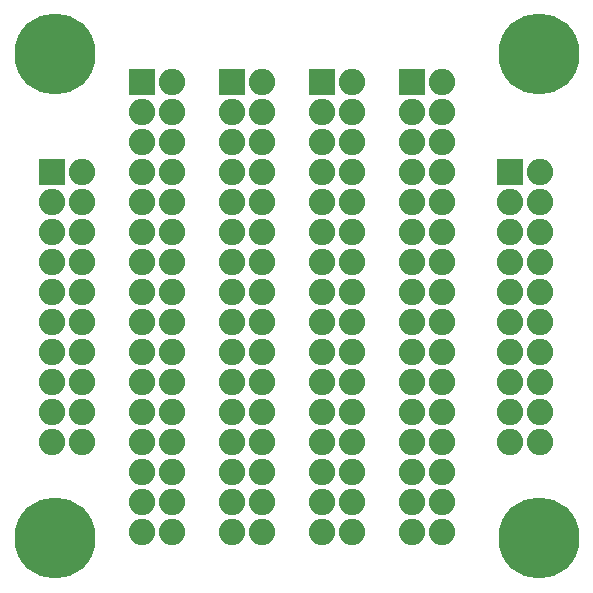
<source format=gbs>
G04 #@! TF.FileFunction,Soldermask,Bot*
%FSLAX46Y46*%
G04 Gerber Fmt 4.6, Leading zero omitted, Abs format (unit mm)*
G04 Created by KiCad (PCBNEW (after 2015-mar-04 BZR unknown)-product) date 4/26/2015 5:00:50 PM*
%MOMM*%
G01*
G04 APERTURE LIST*
%ADD10C,0.150000*%
%ADD11C,6.858000*%
%ADD12R,2.235200X2.235200*%
%ADD13O,2.235200X2.235200*%
G04 APERTURE END LIST*
D10*
D11*
X45000000Y-4000000D03*
X45000000Y-45000000D03*
X4000000Y-4000000D03*
X4000000Y-45000000D03*
D12*
X11430000Y-6350000D03*
D13*
X13970000Y-6350000D03*
X11430000Y-8890000D03*
X13970000Y-8890000D03*
X11430000Y-11430000D03*
X13970000Y-11430000D03*
X11430000Y-13970000D03*
X13970000Y-13970000D03*
X11430000Y-16510000D03*
X13970000Y-16510000D03*
X11430000Y-19050000D03*
X13970000Y-19050000D03*
X11430000Y-21590000D03*
X13970000Y-21590000D03*
X11430000Y-24130000D03*
X13970000Y-24130000D03*
X11430000Y-26670000D03*
X13970000Y-26670000D03*
X11430000Y-29210000D03*
X13970000Y-29210000D03*
X11430000Y-31750000D03*
X13970000Y-31750000D03*
X11430000Y-34290000D03*
X13970000Y-34290000D03*
X11430000Y-36830000D03*
X13970000Y-36830000D03*
X11430000Y-39370000D03*
X13970000Y-39370000D03*
X11430000Y-41910000D03*
X13970000Y-41910000D03*
X11430000Y-44450000D03*
X13970000Y-44450000D03*
D12*
X19050000Y-6350000D03*
D13*
X21590000Y-6350000D03*
X19050000Y-8890000D03*
X21590000Y-8890000D03*
X19050000Y-11430000D03*
X21590000Y-11430000D03*
X19050000Y-13970000D03*
X21590000Y-13970000D03*
X19050000Y-16510000D03*
X21590000Y-16510000D03*
X19050000Y-19050000D03*
X21590000Y-19050000D03*
X19050000Y-21590000D03*
X21590000Y-21590000D03*
X19050000Y-24130000D03*
X21590000Y-24130000D03*
X19050000Y-26670000D03*
X21590000Y-26670000D03*
X19050000Y-29210000D03*
X21590000Y-29210000D03*
X19050000Y-31750000D03*
X21590000Y-31750000D03*
X19050000Y-34290000D03*
X21590000Y-34290000D03*
X19050000Y-36830000D03*
X21590000Y-36830000D03*
X19050000Y-39370000D03*
X21590000Y-39370000D03*
X19050000Y-41910000D03*
X21590000Y-41910000D03*
X19050000Y-44450000D03*
X21590000Y-44450000D03*
D12*
X26670000Y-6350000D03*
D13*
X29210000Y-6350000D03*
X26670000Y-8890000D03*
X29210000Y-8890000D03*
X26670000Y-11430000D03*
X29210000Y-11430000D03*
X26670000Y-13970000D03*
X29210000Y-13970000D03*
X26670000Y-16510000D03*
X29210000Y-16510000D03*
X26670000Y-19050000D03*
X29210000Y-19050000D03*
X26670000Y-21590000D03*
X29210000Y-21590000D03*
X26670000Y-24130000D03*
X29210000Y-24130000D03*
X26670000Y-26670000D03*
X29210000Y-26670000D03*
X26670000Y-29210000D03*
X29210000Y-29210000D03*
X26670000Y-31750000D03*
X29210000Y-31750000D03*
X26670000Y-34290000D03*
X29210000Y-34290000D03*
X26670000Y-36830000D03*
X29210000Y-36830000D03*
X26670000Y-39370000D03*
X29210000Y-39370000D03*
X26670000Y-41910000D03*
X29210000Y-41910000D03*
X26670000Y-44450000D03*
X29210000Y-44450000D03*
D12*
X34290000Y-6350000D03*
D13*
X36830000Y-6350000D03*
X34290000Y-8890000D03*
X36830000Y-8890000D03*
X34290000Y-11430000D03*
X36830000Y-11430000D03*
X34290000Y-13970000D03*
X36830000Y-13970000D03*
X34290000Y-16510000D03*
X36830000Y-16510000D03*
X34290000Y-19050000D03*
X36830000Y-19050000D03*
X34290000Y-21590000D03*
X36830000Y-21590000D03*
X34290000Y-24130000D03*
X36830000Y-24130000D03*
X34290000Y-26670000D03*
X36830000Y-26670000D03*
X34290000Y-29210000D03*
X36830000Y-29210000D03*
X34290000Y-31750000D03*
X36830000Y-31750000D03*
X34290000Y-34290000D03*
X36830000Y-34290000D03*
X34290000Y-36830000D03*
X36830000Y-36830000D03*
X34290000Y-39370000D03*
X36830000Y-39370000D03*
X34290000Y-41910000D03*
X36830000Y-41910000D03*
X34290000Y-44450000D03*
X36830000Y-44450000D03*
D12*
X3810000Y-13970000D03*
D13*
X6350000Y-13970000D03*
X3810000Y-16510000D03*
X6350000Y-16510000D03*
X3810000Y-19050000D03*
X6350000Y-19050000D03*
X3810000Y-21590000D03*
X6350000Y-21590000D03*
X3810000Y-24130000D03*
X6350000Y-24130000D03*
X3810000Y-26670000D03*
X6350000Y-26670000D03*
X3810000Y-29210000D03*
X6350000Y-29210000D03*
X3810000Y-31750000D03*
X6350000Y-31750000D03*
X3810000Y-34290000D03*
X6350000Y-34290000D03*
X3810000Y-36830000D03*
X6350000Y-36830000D03*
D12*
X42545000Y-13970000D03*
D13*
X45085000Y-13970000D03*
X42545000Y-16510000D03*
X45085000Y-16510000D03*
X42545000Y-19050000D03*
X45085000Y-19050000D03*
X42545000Y-21590000D03*
X45085000Y-21590000D03*
X42545000Y-24130000D03*
X45085000Y-24130000D03*
X42545000Y-26670000D03*
X45085000Y-26670000D03*
X42545000Y-29210000D03*
X45085000Y-29210000D03*
X42545000Y-31750000D03*
X45085000Y-31750000D03*
X42545000Y-34290000D03*
X45085000Y-34290000D03*
X42545000Y-36830000D03*
X45085000Y-36830000D03*
M02*

</source>
